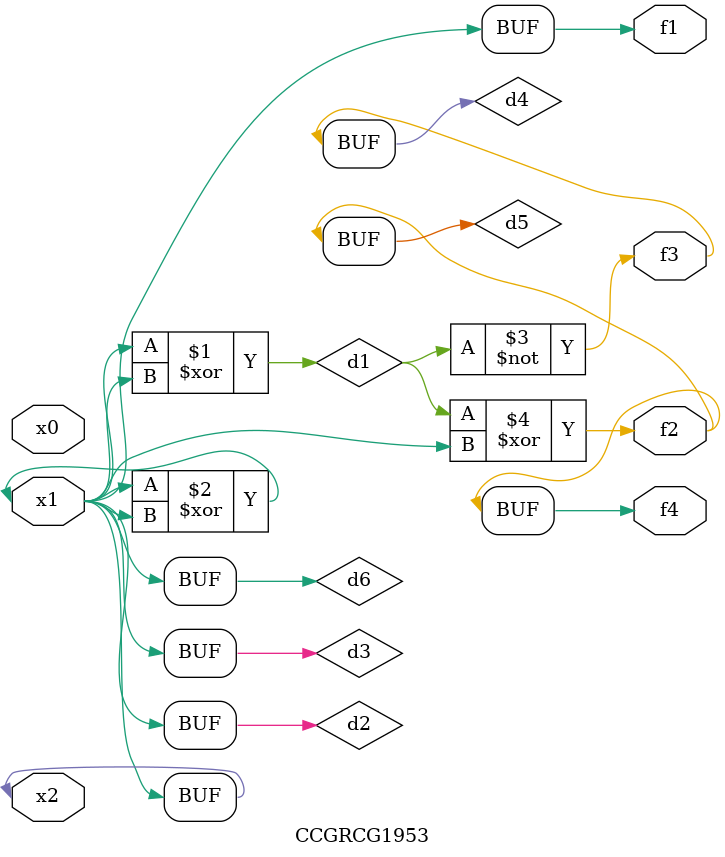
<source format=v>
module CCGRCG1953(
	input x0, x1, x2,
	output f1, f2, f3, f4
);

	wire d1, d2, d3, d4, d5, d6;

	xor (d1, x1, x2);
	buf (d2, x1, x2);
	xor (d3, x1, x2);
	nor (d4, d1);
	xor (d5, d1, d2);
	buf (d6, d2, d3);
	assign f1 = d6;
	assign f2 = d5;
	assign f3 = d4;
	assign f4 = d5;
endmodule

</source>
